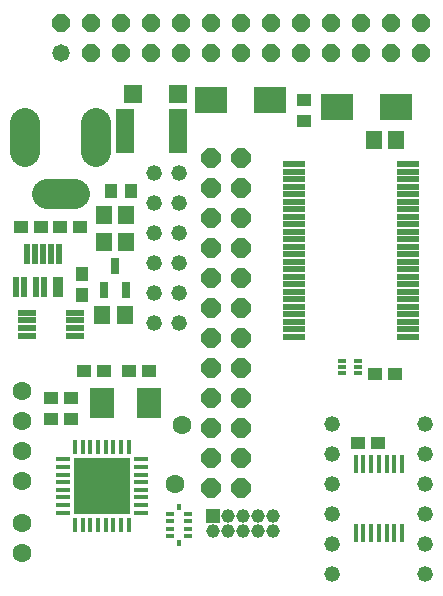
<source format=gts>
G75*
G70*
%OFA0B0*%
%FSLAX24Y24*%
%IPPOS*%
%LPD*%
%AMOC8*
5,1,8,0,0,1.08239X$1,22.5*
%
%ADD10C,0.0580*%
%ADD11OC8,0.0580*%
%ADD12R,0.0552X0.0631*%
%ADD13R,0.1064X0.0906*%
%ADD14R,0.0180X0.0460*%
%ADD15R,0.0460X0.0180*%
%ADD16R,0.1890X0.1890*%
%ADD17R,0.0720X0.0200*%
%ADD18R,0.0473X0.0434*%
%ADD19R,0.0434X0.0473*%
%ADD20R,0.0276X0.0158*%
%ADD21R,0.0460X0.0460*%
%ADD22C,0.0460*%
%ADD23R,0.0180X0.0620*%
%ADD24C,0.0520*%
%ADD25R,0.0827X0.0985*%
%ADD26OC8,0.0640*%
%ADD27R,0.0367X0.0670*%
%ADD28R,0.0197X0.0670*%
%ADD29R,0.0640X0.0220*%
%ADD30R,0.0260X0.0540*%
%ADD31C,0.0985*%
%ADD32R,0.0631X0.1457*%
%ADD33R,0.0591X0.0591*%
%ADD34C,0.0631*%
%ADD35R,0.0276X0.0119*%
%ADD36R,0.0158X0.0237*%
%ADD37C,0.0940*%
D10*
X002200Y018200D03*
D11*
X002200Y019200D03*
X003200Y019200D03*
X003200Y018200D03*
X004200Y018200D03*
X004200Y019200D03*
X005200Y019200D03*
X005200Y018200D03*
X006200Y018200D03*
X006200Y019200D03*
X007200Y019200D03*
X007200Y018200D03*
X008200Y018200D03*
X008200Y019200D03*
X009200Y019200D03*
X009200Y018200D03*
X010200Y018200D03*
X010200Y019200D03*
X011200Y019200D03*
X011200Y018200D03*
X012200Y018200D03*
X012200Y019200D03*
X013200Y019200D03*
X013200Y018200D03*
X014200Y018200D03*
X014200Y019200D03*
D12*
X013374Y015300D03*
X012626Y015300D03*
X004374Y012820D03*
X004374Y011920D03*
X003626Y011920D03*
X003626Y012820D03*
X003586Y009480D03*
X004334Y009480D03*
D13*
X007216Y016640D03*
X009184Y016640D03*
X011416Y016400D03*
X013384Y016400D03*
D14*
X004470Y005090D03*
X004210Y005090D03*
X003950Y005090D03*
X003700Y005090D03*
X003440Y005090D03*
X003190Y005090D03*
X002930Y005090D03*
X002670Y005090D03*
X002670Y002470D03*
X002930Y002470D03*
X003190Y002470D03*
X003440Y002470D03*
X003700Y002470D03*
X003950Y002470D03*
X004210Y002470D03*
X004470Y002470D03*
D15*
X004880Y002880D03*
X004880Y003140D03*
X004880Y003400D03*
X004880Y003650D03*
X004880Y003910D03*
X004880Y004160D03*
X004880Y004420D03*
X004880Y004680D03*
X002260Y004680D03*
X002260Y004420D03*
X002260Y004160D03*
X002260Y003910D03*
X002260Y003650D03*
X002260Y003400D03*
X002260Y003140D03*
X002260Y002880D03*
D16*
X003570Y003780D03*
D17*
X009980Y008740D03*
X009980Y009000D03*
X009980Y009240D03*
X009980Y009500D03*
X009980Y009740D03*
X009980Y010000D03*
X009980Y010240D03*
X009980Y010500D03*
X009980Y010740D03*
X009980Y011000D03*
X009980Y011240D03*
X009980Y011500D03*
X009980Y011740D03*
X009980Y012000D03*
X009980Y012240D03*
X009980Y012500D03*
X009980Y012740D03*
X009980Y013000D03*
X009980Y013240D03*
X009980Y013500D03*
X009980Y013740D03*
X009980Y014000D03*
X009980Y014240D03*
X009980Y014500D03*
X013780Y014500D03*
X013780Y014240D03*
X013780Y014000D03*
X013780Y013740D03*
X013780Y013500D03*
X013780Y013240D03*
X013780Y013000D03*
X013780Y012740D03*
X013780Y012500D03*
X013780Y012240D03*
X013780Y012000D03*
X013780Y011740D03*
X013780Y011500D03*
X013780Y011240D03*
X013780Y011000D03*
X013780Y010740D03*
X013780Y010500D03*
X013780Y010240D03*
X013780Y010000D03*
X013780Y009740D03*
X013780Y009500D03*
X013780Y009240D03*
X013780Y009000D03*
X013780Y008740D03*
D18*
X013335Y007500D03*
X012665Y007500D03*
X012785Y005210D03*
X012115Y005210D03*
X005135Y007600D03*
X004465Y007600D03*
X003635Y007600D03*
X002965Y007600D03*
X002535Y006700D03*
X001865Y006700D03*
X001865Y006000D03*
X002535Y006000D03*
X002835Y012400D03*
X002165Y012400D03*
X001535Y012420D03*
X000865Y012420D03*
X010300Y015965D03*
X010300Y016635D03*
D19*
X004555Y013620D03*
X003885Y013620D03*
X002920Y010835D03*
X002920Y010165D03*
D20*
X011564Y007947D03*
X011564Y007750D03*
X011564Y007553D03*
X012116Y007553D03*
X012116Y007750D03*
X012116Y007947D03*
D21*
X007290Y002770D03*
D22*
X007290Y002270D03*
X007790Y002270D03*
X007790Y002770D03*
X008290Y002770D03*
X008290Y002270D03*
X008790Y002270D03*
X008790Y002770D03*
X009290Y002770D03*
X009290Y002270D03*
D23*
X012030Y002200D03*
X012290Y002200D03*
X012540Y002200D03*
X012800Y002200D03*
X013060Y002200D03*
X013310Y002200D03*
X013570Y002200D03*
X013570Y004500D03*
X013310Y004500D03*
X013060Y004500D03*
X012800Y004500D03*
X012540Y004500D03*
X012290Y004500D03*
X012030Y004500D03*
D24*
X011250Y004850D03*
X011250Y005850D03*
X011250Y003850D03*
X011250Y002850D03*
X011250Y001850D03*
X011250Y000850D03*
X014350Y000850D03*
X014350Y001850D03*
X014350Y002850D03*
X014350Y003850D03*
X014350Y004850D03*
X014350Y005850D03*
X006150Y009200D03*
X006150Y010200D03*
X006150Y011200D03*
X006150Y012200D03*
X006150Y013200D03*
X006150Y014200D03*
X005300Y014200D03*
X005300Y013200D03*
X005300Y012200D03*
X005300Y011200D03*
X005300Y010200D03*
X005300Y009200D03*
D25*
X005137Y006550D03*
X003563Y006550D03*
D26*
X007200Y006720D03*
X007200Y005720D03*
X007200Y004720D03*
X007200Y003720D03*
X008200Y003720D03*
X008200Y004720D03*
X008200Y005720D03*
X008200Y006720D03*
X008200Y007720D03*
X008200Y008720D03*
X008200Y009720D03*
X008200Y010720D03*
X008200Y011720D03*
X008200Y012720D03*
X008200Y013720D03*
X008200Y014720D03*
X007200Y014720D03*
X007200Y013720D03*
X007200Y012720D03*
X007200Y011720D03*
X007200Y010720D03*
X007200Y009720D03*
X007200Y008720D03*
X007200Y007720D03*
D27*
X002091Y010400D03*
D28*
X001632Y010400D03*
X001376Y010400D03*
X000983Y010400D03*
X000715Y010400D03*
X001065Y011502D03*
X001335Y011502D03*
X001605Y011502D03*
X001874Y011502D03*
X002144Y011502D03*
D29*
X002680Y009550D03*
X002680Y009300D03*
X002680Y009040D03*
X002680Y008790D03*
X001080Y008790D03*
X001080Y009040D03*
X001080Y009300D03*
X001080Y009550D03*
D30*
X003630Y010310D03*
X004000Y011130D03*
X004370Y010310D03*
D31*
X002672Y013510D02*
X001728Y013510D01*
X001019Y014928D02*
X001019Y015872D01*
X003381Y015872D02*
X003381Y014928D01*
D32*
X004344Y015600D03*
X006116Y015600D03*
D33*
X006098Y016860D03*
X004602Y016860D03*
D34*
X000900Y001550D03*
X000900Y002550D03*
X000900Y003950D03*
X000900Y004950D03*
X000900Y005950D03*
X000900Y006950D03*
X006000Y003850D03*
X006250Y005800D03*
D35*
X006445Y002855D03*
X006445Y002605D03*
X006445Y002355D03*
X006445Y002105D03*
X005855Y002105D03*
X005855Y002355D03*
X005855Y002605D03*
X005855Y002855D03*
D36*
X006150Y003090D03*
X006150Y001870D03*
D37*
X003570Y003780D03*
M02*

</source>
